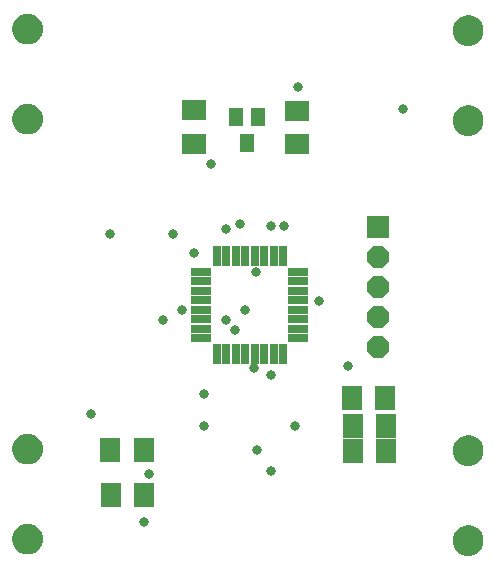
<source format=gbr>
G75*
G70*
%OFA0B0*%
%FSLAX24Y24*%
%IPPOS*%
%LPD*%
%AMOC8*
5,1,8,0,0,1.08239X$1,22.5*
%
%ADD10R,0.0660X0.0280*%
%ADD11R,0.0280X0.0660*%
%ADD12R,0.0710X0.0789*%
%ADD13R,0.0789X0.0710*%
%ADD14R,0.0720X0.0720*%
%ADD15OC8,0.0720*%
%ADD16R,0.0710X0.0790*%
%ADD17C,0.0700*%
%ADD18R,0.0790X0.0710*%
%ADD19R,0.0474X0.0631*%
%ADD20C,0.0318*%
D10*
X008486Y008378D03*
X008486Y008688D03*
X008486Y009008D03*
X008486Y009318D03*
X008486Y009638D03*
X008486Y009948D03*
X008486Y010268D03*
X008486Y010578D03*
X011726Y010578D03*
X011726Y010268D03*
X011726Y009948D03*
X011726Y009638D03*
X011726Y009318D03*
X011726Y009008D03*
X011726Y008688D03*
X011726Y008378D03*
D11*
X011206Y007858D03*
X010896Y007858D03*
X010576Y007858D03*
X010266Y007858D03*
X009946Y007858D03*
X009636Y007858D03*
X009316Y007858D03*
X009006Y007858D03*
X009006Y011098D03*
X009316Y011098D03*
X009636Y011098D03*
X009946Y011098D03*
X010266Y011098D03*
X010576Y011098D03*
X010896Y011098D03*
X011206Y011098D03*
D12*
X013520Y006393D03*
X014622Y006393D03*
X006571Y003140D03*
X005469Y003140D03*
D13*
X011690Y014847D03*
X011690Y015949D03*
D14*
X014369Y012081D03*
D15*
X014369Y011081D03*
X014369Y010081D03*
X014369Y009081D03*
X014369Y008081D03*
D16*
X014660Y005460D03*
X014660Y004600D03*
X013540Y004600D03*
X013540Y005460D03*
X006580Y004660D03*
X005460Y004660D03*
D17*
X002522Y001690D02*
X002524Y001715D01*
X002530Y001739D01*
X002539Y001762D01*
X002552Y001783D01*
X002568Y001802D01*
X002587Y001818D01*
X002608Y001831D01*
X002631Y001840D01*
X002655Y001846D01*
X002680Y001848D01*
X002705Y001846D01*
X002729Y001840D01*
X002752Y001831D01*
X002773Y001818D01*
X002792Y001802D01*
X002808Y001783D01*
X002821Y001762D01*
X002830Y001739D01*
X002836Y001715D01*
X002838Y001690D01*
X002836Y001665D01*
X002830Y001641D01*
X002821Y001618D01*
X002808Y001597D01*
X002792Y001578D01*
X002773Y001562D01*
X002752Y001549D01*
X002729Y001540D01*
X002705Y001534D01*
X002680Y001532D01*
X002655Y001534D01*
X002631Y001540D01*
X002608Y001549D01*
X002587Y001562D01*
X002568Y001578D01*
X002552Y001597D01*
X002539Y001618D01*
X002530Y001641D01*
X002524Y001665D01*
X002522Y001690D01*
X002522Y004690D02*
X002524Y004715D01*
X002530Y004739D01*
X002539Y004762D01*
X002552Y004783D01*
X002568Y004802D01*
X002587Y004818D01*
X002608Y004831D01*
X002631Y004840D01*
X002655Y004846D01*
X002680Y004848D01*
X002705Y004846D01*
X002729Y004840D01*
X002752Y004831D01*
X002773Y004818D01*
X002792Y004802D01*
X002808Y004783D01*
X002821Y004762D01*
X002830Y004739D01*
X002836Y004715D01*
X002838Y004690D01*
X002836Y004665D01*
X002830Y004641D01*
X002821Y004618D01*
X002808Y004597D01*
X002792Y004578D01*
X002773Y004562D01*
X002752Y004549D01*
X002729Y004540D01*
X002705Y004534D01*
X002680Y004532D01*
X002655Y004534D01*
X002631Y004540D01*
X002608Y004549D01*
X002587Y004562D01*
X002568Y004578D01*
X002552Y004597D01*
X002539Y004618D01*
X002530Y004641D01*
X002524Y004665D01*
X002522Y004690D01*
X002522Y015690D02*
X002524Y015715D01*
X002530Y015739D01*
X002539Y015762D01*
X002552Y015783D01*
X002568Y015802D01*
X002587Y015818D01*
X002608Y015831D01*
X002631Y015840D01*
X002655Y015846D01*
X002680Y015848D01*
X002705Y015846D01*
X002729Y015840D01*
X002752Y015831D01*
X002773Y015818D01*
X002792Y015802D01*
X002808Y015783D01*
X002821Y015762D01*
X002830Y015739D01*
X002836Y015715D01*
X002838Y015690D01*
X002836Y015665D01*
X002830Y015641D01*
X002821Y015618D01*
X002808Y015597D01*
X002792Y015578D01*
X002773Y015562D01*
X002752Y015549D01*
X002729Y015540D01*
X002705Y015534D01*
X002680Y015532D01*
X002655Y015534D01*
X002631Y015540D01*
X002608Y015549D01*
X002587Y015562D01*
X002568Y015578D01*
X002552Y015597D01*
X002539Y015618D01*
X002530Y015641D01*
X002524Y015665D01*
X002522Y015690D01*
X002522Y018690D02*
X002524Y018715D01*
X002530Y018739D01*
X002539Y018762D01*
X002552Y018783D01*
X002568Y018802D01*
X002587Y018818D01*
X002608Y018831D01*
X002631Y018840D01*
X002655Y018846D01*
X002680Y018848D01*
X002705Y018846D01*
X002729Y018840D01*
X002752Y018831D01*
X002773Y018818D01*
X002792Y018802D01*
X002808Y018783D01*
X002821Y018762D01*
X002830Y018739D01*
X002836Y018715D01*
X002838Y018690D01*
X002836Y018665D01*
X002830Y018641D01*
X002821Y018618D01*
X002808Y018597D01*
X002792Y018578D01*
X002773Y018562D01*
X002752Y018549D01*
X002729Y018540D01*
X002705Y018534D01*
X002680Y018532D01*
X002655Y018534D01*
X002631Y018540D01*
X002608Y018549D01*
X002587Y018562D01*
X002568Y018578D01*
X002552Y018597D01*
X002539Y018618D01*
X002530Y018641D01*
X002524Y018665D01*
X002522Y018690D01*
X017211Y018640D02*
X017213Y018665D01*
X017219Y018689D01*
X017228Y018712D01*
X017241Y018733D01*
X017257Y018752D01*
X017276Y018768D01*
X017297Y018781D01*
X017320Y018790D01*
X017344Y018796D01*
X017369Y018798D01*
X017394Y018796D01*
X017418Y018790D01*
X017441Y018781D01*
X017462Y018768D01*
X017481Y018752D01*
X017497Y018733D01*
X017510Y018712D01*
X017519Y018689D01*
X017525Y018665D01*
X017527Y018640D01*
X017525Y018615D01*
X017519Y018591D01*
X017510Y018568D01*
X017497Y018547D01*
X017481Y018528D01*
X017462Y018512D01*
X017441Y018499D01*
X017418Y018490D01*
X017394Y018484D01*
X017369Y018482D01*
X017344Y018484D01*
X017320Y018490D01*
X017297Y018499D01*
X017276Y018512D01*
X017257Y018528D01*
X017241Y018547D01*
X017228Y018568D01*
X017219Y018591D01*
X017213Y018615D01*
X017211Y018640D01*
X017211Y015640D02*
X017213Y015665D01*
X017219Y015689D01*
X017228Y015712D01*
X017241Y015733D01*
X017257Y015752D01*
X017276Y015768D01*
X017297Y015781D01*
X017320Y015790D01*
X017344Y015796D01*
X017369Y015798D01*
X017394Y015796D01*
X017418Y015790D01*
X017441Y015781D01*
X017462Y015768D01*
X017481Y015752D01*
X017497Y015733D01*
X017510Y015712D01*
X017519Y015689D01*
X017525Y015665D01*
X017527Y015640D01*
X017525Y015615D01*
X017519Y015591D01*
X017510Y015568D01*
X017497Y015547D01*
X017481Y015528D01*
X017462Y015512D01*
X017441Y015499D01*
X017418Y015490D01*
X017394Y015484D01*
X017369Y015482D01*
X017344Y015484D01*
X017320Y015490D01*
X017297Y015499D01*
X017276Y015512D01*
X017257Y015528D01*
X017241Y015547D01*
X017228Y015568D01*
X017219Y015591D01*
X017213Y015615D01*
X017211Y015640D01*
X017211Y004640D02*
X017213Y004665D01*
X017219Y004689D01*
X017228Y004712D01*
X017241Y004733D01*
X017257Y004752D01*
X017276Y004768D01*
X017297Y004781D01*
X017320Y004790D01*
X017344Y004796D01*
X017369Y004798D01*
X017394Y004796D01*
X017418Y004790D01*
X017441Y004781D01*
X017462Y004768D01*
X017481Y004752D01*
X017497Y004733D01*
X017510Y004712D01*
X017519Y004689D01*
X017525Y004665D01*
X017527Y004640D01*
X017525Y004615D01*
X017519Y004591D01*
X017510Y004568D01*
X017497Y004547D01*
X017481Y004528D01*
X017462Y004512D01*
X017441Y004499D01*
X017418Y004490D01*
X017394Y004484D01*
X017369Y004482D01*
X017344Y004484D01*
X017320Y004490D01*
X017297Y004499D01*
X017276Y004512D01*
X017257Y004528D01*
X017241Y004547D01*
X017228Y004568D01*
X017219Y004591D01*
X017213Y004615D01*
X017211Y004640D01*
X017211Y001640D02*
X017213Y001665D01*
X017219Y001689D01*
X017228Y001712D01*
X017241Y001733D01*
X017257Y001752D01*
X017276Y001768D01*
X017297Y001781D01*
X017320Y001790D01*
X017344Y001796D01*
X017369Y001798D01*
X017394Y001796D01*
X017418Y001790D01*
X017441Y001781D01*
X017462Y001768D01*
X017481Y001752D01*
X017497Y001733D01*
X017510Y001712D01*
X017519Y001689D01*
X017525Y001665D01*
X017527Y001640D01*
X017525Y001615D01*
X017519Y001591D01*
X017510Y001568D01*
X017497Y001547D01*
X017481Y001528D01*
X017462Y001512D01*
X017441Y001499D01*
X017418Y001490D01*
X017394Y001484D01*
X017369Y001482D01*
X017344Y001484D01*
X017320Y001490D01*
X017297Y001499D01*
X017276Y001512D01*
X017257Y001528D01*
X017241Y001547D01*
X017228Y001568D01*
X017219Y001591D01*
X017213Y001615D01*
X017211Y001640D01*
D18*
X008260Y014860D03*
X008260Y015980D03*
D19*
X009646Y015733D03*
X010394Y015733D03*
X010020Y014867D03*
D20*
X008820Y014180D03*
X009300Y012020D03*
X009780Y012180D03*
X010820Y012100D03*
X011260Y012100D03*
X010300Y010580D03*
X009940Y009300D03*
X009620Y008660D03*
X009300Y008980D03*
X007860Y009318D03*
X007220Y008980D03*
X008260Y011220D03*
X007540Y011860D03*
X005460Y011860D03*
X010260Y007380D03*
X010820Y007140D03*
X011620Y005460D03*
X010340Y004660D03*
X010820Y003940D03*
X008580Y005460D03*
X008580Y006500D03*
X006740Y003860D03*
X006580Y002260D03*
X004820Y005860D03*
X012420Y009620D03*
X013380Y007460D03*
X015220Y016020D03*
X011700Y016740D03*
M02*

</source>
